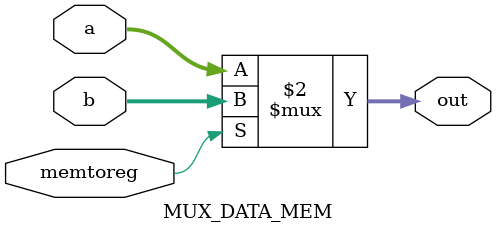
<source format=v>
`timescale 1ns / 1ps


module MUX_DATA_MEM(a,b,out,memtoreg);
     input [31:0] a,b; 
	  output [31:0] out; 
	  input memtoreg; 
	  
assign out = (memtoreg ==1'b0) ? a: b; 
endmodule 

</source>
